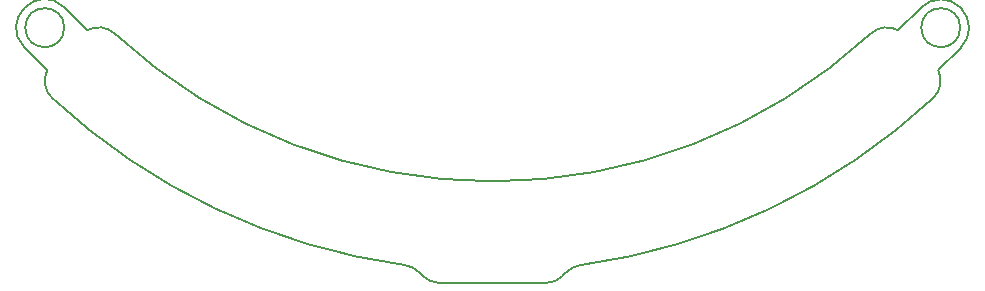
<source format=gbr>
%TF.GenerationSoftware,KiCad,Pcbnew,7.0.9*%
%TF.CreationDate,2025-05-06T13:04:56+09:00*%
%TF.ProjectId,Line_front,4c696e65-5f66-4726-9f6e-742e6b696361,rev?*%
%TF.SameCoordinates,Original*%
%TF.FileFunction,Profile,NP*%
%FSLAX46Y46*%
G04 Gerber Fmt 4.6, Leading zero omitted, Abs format (unit mm)*
G04 Created by KiCad (PCBNEW 7.0.9) date 2025-05-06 13:04:56*
%MOMM*%
%LPD*%
G01*
G04 APERTURE LIST*
%TA.AperFunction,Profile*%
%ADD10C,0.200000*%
%TD*%
G04 APERTURE END LIST*
D10*
X184663104Y-40239446D02*
X186572293Y-38330257D01*
X110662428Y-36633201D02*
G75*
G03*
X110662428Y-36633201I-1650000J0D01*
G01*
X110709521Y-34936108D02*
G75*
G03*
X107315371Y-38330257I-1697057J-1697092D01*
G01*
X183178180Y-34936145D02*
X181268992Y-36845333D01*
X112618672Y-36845333D02*
X110709484Y-34936145D01*
X151470000Y-58240026D02*
G75*
G03*
X152937520Y-57598816I-36J2000026D01*
G01*
X154356420Y-56736331D02*
G75*
G03*
X184233555Y-42596152I-7412556J54296331D01*
G01*
X140728215Y-57359165D02*
G75*
G03*
X139531242Y-56736350I-1467451J-1358635D01*
G01*
X109654121Y-42596139D02*
G75*
G03*
X139531242Y-56736349I37289743J40156139D01*
G01*
X109224545Y-40239439D02*
G75*
G03*
X109654109Y-42596152I1790419J-891161D01*
G01*
X184233578Y-42596176D02*
G75*
G03*
X184663103Y-40239446I-1361114J1465576D01*
G01*
X154356427Y-56736382D02*
G75*
G03*
X153159434Y-57359151I270437J-1981518D01*
G01*
X186525236Y-36633201D02*
G75*
G03*
X186525236Y-36633201I-1650000J0D01*
G01*
X140728230Y-57359151D02*
X140950143Y-57598817D01*
X142417664Y-58240000D02*
X151470000Y-58240000D01*
X114936154Y-37129313D02*
G75*
G03*
X178951510Y-37129313I32007678J34689314D01*
G01*
X186572319Y-38330283D02*
G75*
G03*
X183178180Y-34936145I-1697055J1697083D01*
G01*
X140950120Y-57598839D02*
G75*
G03*
X142417664Y-58240000I1467544J1358939D01*
G01*
X181268996Y-36845326D02*
G75*
G03*
X178951511Y-37129314I-961232J-1753774D01*
G01*
X107315371Y-38330257D02*
X109224560Y-40239446D01*
X152937521Y-57598817D02*
X153159434Y-57359151D01*
X114936128Y-37129341D02*
G75*
G03*
X112618672Y-36845334I-1356264J-1469859D01*
G01*
M02*

</source>
